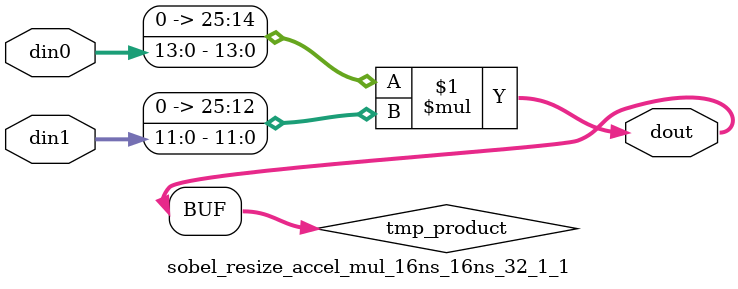
<source format=v>

`timescale 1 ns / 1 ps

  module sobel_resize_accel_mul_16ns_16ns_32_1_1(din0, din1, dout);
parameter ID = 1;
parameter NUM_STAGE = 0;
parameter din0_WIDTH = 14;
parameter din1_WIDTH = 12;
parameter dout_WIDTH = 26;

input [din0_WIDTH - 1 : 0] din0; 
input [din1_WIDTH - 1 : 0] din1; 
output [dout_WIDTH - 1 : 0] dout;

wire signed [dout_WIDTH - 1 : 0] tmp_product;










assign tmp_product = $signed({1'b0, din0}) * $signed({1'b0, din1});











assign dout = tmp_product;







endmodule

</source>
